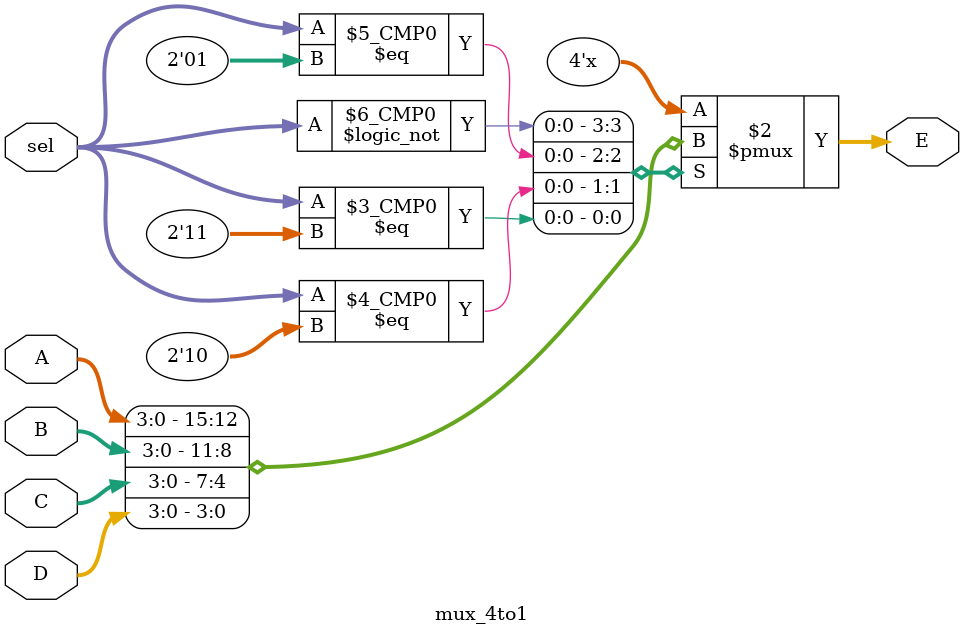
<source format=sv>
module mux_4to1 #(parameter N = 4) (input logic [N-1:0] A, B, C, D,
													input logic [1:0] sel,
													output logic [N-1:0] E);

	always_comb
		case(sel)
		
			// 27-bit unsigned immediate
			2'b00: E = A;
			
			// 01 case:
			2'b01: E = B;
			
			// 01 case:
			2'b10: E = C;
			
			// 11 case:
			2'b11: E = D;
			
			//default: E = 32'bx; // undefined
			
		endcase
	
endmodule
</source>
